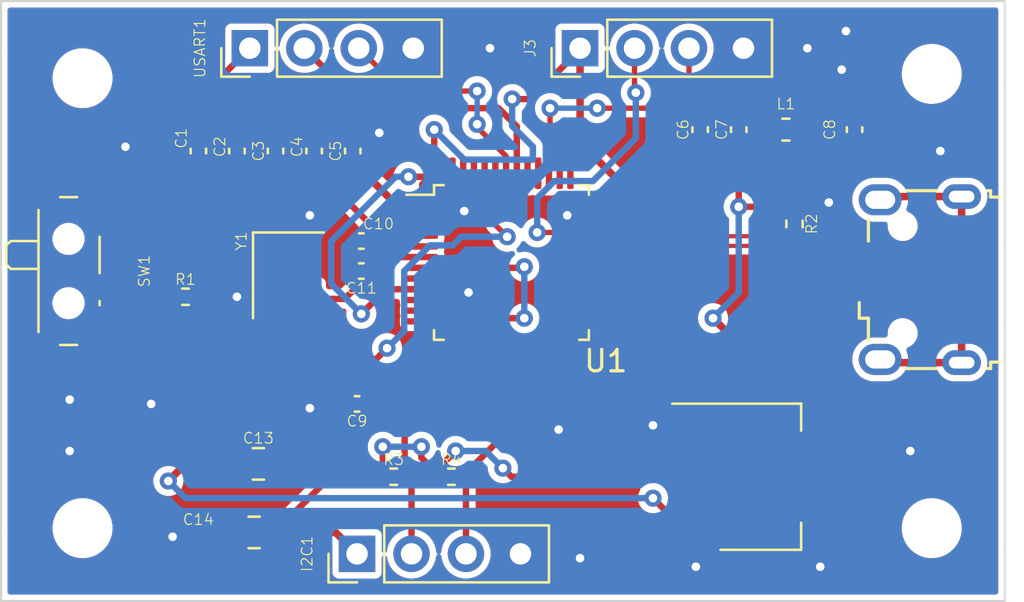
<source format=kicad_pcb>
(kicad_pcb (version 20211014) (generator pcbnew)
  (layers (0 "F.Cu" signal) (31 "B.Cu" power) (34 "B.Paste" user) (35 "F.Paste" user) (36 "B.SilkS" user "B.Silkscreen") (37 "F.SilkS" user "F.Silkscreen") (38 "B.Mask" user) (39 "F.Mask" user) (44 "Edge.Cuts" user))
  (net 0 "")
  (net 1 "+3.3V")
  (net 2 "GND")
  (net 3 "VBUS")
  (net 31 "/MICROCONTROLLER/NRST")
  (net 32 "/MICROCONTROLLER/HSE_IN")
  (net 33 "/MICROCONTROLLER/HSE_OUT")
  (net 34 "/MICROCONTROLLER/I2C2_SCL")
  (net 35 "/MICROCONTROLLER/I2C2_SDA")
  (net 36 "/MICROCONTROLLER/USB_D+")
  (net 37 "Net-(R1-Pad1)")
  (net 38 "/MICROCONTROLLER/BOOT0")
  (net 39 "/MICROCONTROLLER/USB_D-")
  (net 41 "unconnected-(J2-Pad6)")
  (net 42 "/MICROCONTROLLER/SWDIO")
  (net 43 "/MICROCONTROLLER/SWDCK")
  (net 44 "/MICROCONTROLLER/USART1_TX")
  (net 45 "/MICROCONTROLLER/USART1_RX")
  (footprint "Capacitor_SMD:C_0805_2012Metric" (layer "F.Cu") (at 119.648517 103.328517 180)
    (fp_text reference "C14" (at 2.6 0.6) (layer "F.SilkS") (effects (font (size 0.5 0.5) (thickness 0.05))))
    (fp_text value "10u/0805/50V" hide)
    (pad "1" smd roundrect (at -0.95 0 180) (size 1 1.45) (layers "F.Cu" "F.Paste" "F.Mask") (net 1 "+3.3V"))
    (pad "2" smd roundrect (at 0.95 0 180) (size 1 1.45) (layers "F.Cu" "F.Paste" "F.Mask") (net 2 "GND"))
  )
  (footprint "MountingHole:MountingHole_2.2mm_M2" (layer "F.Cu") (at 151.248517 103.128517)
    (fp_text reference "H4" hide)
    (fp_text value "MountingHole" hide)
    (pad "" np_thru_hole circle (at 0 0) (size 2.2 2.2) (drill 2.2) (layers *.Cu *.Mask))
  )
  (footprint "Capacitor_SMD:C_0402_1005Metric" (layer "F.Cu") (at 147.648517 84.528517 90)
    (fp_text reference "C8" (at 0 -1.16 90) (layer "F.SilkS") (effects (font (size 0.5 0.5) (thickness 0.05))))
    (fp_text value "1u/0805/50V" hide)
    (pad "1" smd roundrect (at -0.48 0 90) (size 0.56 0.62) (layers "F.Cu" "F.Paste" "F.Mask") (net 1 "+3.3V"))
    (pad "2" smd roundrect (at 0.48 0 90) (size 0.56 0.62) (layers "F.Cu" "F.Paste" "F.Mask") (net 2 "GND"))
  )
  (footprint "Resistor_SMD:R_0402_1005Metric" (layer "F.Cu") (at 126.158517 100.728517)
    (fp_text reference "R3" (at 0 -0.8) (layer "F.SilkS") (effects (font (size 0.5 0.5) (thickness 0.05))))
    (fp_text value "1.5k" hide)
    (pad "1" smd roundrect (at -0.51 0) (size 0.54 0.64) (layers "F.Cu" "F.Paste" "F.Mask") (net 1 "+3.3V"))
    (pad "2" smd roundrect (at 0.51 0) (size 0.54 0.64) (layers "F.Cu" "F.Paste" "F.Mask") (net 34 "/MICROCONTROLLER/I2C2_SCL"))
  )
  (footprint "Crystal:Crystal_SMD_3225-4Pin_3.2x2.5mm" (layer "F.Cu") (at 121.248517 91.328517 -90)
    (fp_text reference "Y1" (at -1.6 2.2 90) (layer "F.SilkS") (effects (font (size 0.5 0.5) (thickness 0.05))))
    (fp_text value "Crystal_GND24" hide)
    (pad "1" smd rect (at -1.1 0.85 270) (size 1.4 1.2) (layers "F.Cu" "F.Paste" "F.Mask") (net 32 "/MICROCONTROLLER/HSE_IN"))
    (pad "2" smd rect (at 1.1 0.85 270) (size 1.4 1.2) (layers "F.Cu" "F.Paste" "F.Mask") (net 2 "GND"))
    (pad "3" smd rect (at 1.1 -0.85 270) (size 1.4 1.2) (layers "F.Cu" "F.Paste" "F.Mask") (net 33 "/MICROCONTROLLER/HSE_OUT"))
    (pad "4" smd rect (at -1.1 -0.85 270) (size 1.4 1.2) (layers "F.Cu" "F.Paste" "F.Mask") (net 2 "GND"))
  )
  (footprint "MountingHole:MountingHole_2.2mm_M2" (layer "F.Cu") (at 111.648517 82.128517)
    (fp_text reference "H3" hide)
    (fp_text value "MountingHole" hide)
    (pad "" np_thru_hole circle (at 0 0) (size 2.2 2.2) (drill 2.2) (layers *.Cu *.Mask))
  )
  (footprint "Connector_USB:USB_Micro-B_Wuerth_629105150521" (layer "F.Cu") (at 150.693517 91.528517 90)
    (fp_text reference "J2" hide)
    (fp_text value "USB_B_Micro" hide)
    (pad "" np_thru_hole oval (at 2.5 -0.8 90) (size 0.8 0.8) (drill 0.8) (layers *.Cu *.Mask))
    (pad "" np_thru_hole oval (at -2.5 -0.8 90) (size 0.8 0.8) (drill 0.8) (layers *.Cu *.Mask))
    (pad "1" smd rect (at -1.3 -1.9 90) (size 0.45 1.3) (layers "F.Cu" "F.Paste" "F.Mask") (net 3 "VBUS"))
    (pad "2" smd rect (at -0.65 -1.9 90) (size 0.45 1.3) (layers "F.Cu" "F.Paste" "F.Mask") (net 39 "/MICROCONTROLLER/USB_D-"))
    (pad "3" smd rect (at 0 -1.9 90) (size 0.45 1.3) (layers "F.Cu" "F.Paste" "F.Mask") (net 36 "/MICROCONTROLLER/USB_D+"))
    (pad "4" smd rect (at 0.65 -1.9 90) (size 0.45 1.3) (layers "F.Cu" "F.Paste" "F.Mask"))
    (pad "5" smd rect (at 1.3 -1.9 90) (size 0.45 1.3) (layers "F.Cu" "F.Paste" "F.Mask") (net 2 "GND"))
    (pad "6" thru_hole oval (at -3.725 -1.85 90) (size 1.45 2) (drill oval 0.85 1.4) (layers *.Cu *.Mask) (net 41 "unconnected-(J2-Pad6)"))
    (pad "6" thru_hole oval (at -3.875 1.95 90) (size 1.15 1.8) (drill oval 0.55 1.2) (layers *.Cu *.Mask) (net 41 "unconnected-(J2-Pad6)"))
    (pad "6" thru_hole oval (at 3.875 1.95 90) (size 1.15 1.8) (drill oval 0.55 1.2) (layers *.Cu *.Mask) (net 41 "unconnected-(J2-Pad6)"))
    (pad "6" thru_hole oval (at 3.725 -1.85 90) (size 1.45 2) (drill oval 0.85 1.4) (layers *.Cu *.Mask) (net 41 "unconnected-(J2-Pad6)"))
  )
  (footprint "Capacitor_SMD:C_0402_1005Metric" (layer "F.Cu") (at 120.648517 85.528517 90)
    (fp_text reference "C3" (at 0 -0.8 90) (layer "F.SilkS") (effects (font (size 0.5 0.5) (thickness 0.05))))
    (fp_text value "100n/0805/50V" hide)
    (pad "1" smd roundrect (at -0.48 0 90) (size 0.56 0.62) (layers "F.Cu" "F.Paste" "F.Mask") (net 1 "+3.3V"))
    (pad "2" smd roundrect (at 0.48 0 90) (size 0.56 0.62) (layers "F.Cu" "F.Paste" "F.Mask") (net 2 "GND"))
  )
  (footprint "Capacitor_SMD:C_0402_1005Metric" (layer "F.Cu") (at 122.448517 85.528517 90)
    (fp_text reference "C4" (at 0.2 -0.8 90) (layer "F.SilkS") (effects (font (size 0.5 0.5) (thickness 0.05))))
    (fp_text value "100n/0805/50V" hide)
    (pad "1" smd roundrect (at -0.48 0 90) (size 0.56 0.62) (layers "F.Cu" "F.Paste" "F.Mask") (net 1 "+3.3V"))
    (pad "2" smd roundrect (at 0.48 0 90) (size 0.56 0.62) (layers "F.Cu" "F.Paste" "F.Mask") (net 2 "GND"))
  )
  (footprint "Capacitor_SMD:C_0402_1005Metric" (layer "F.Cu") (at 124.648517 89.728517 180)
    (fp_text reference "C10" (at -0.8 0.8) (layer "F.SilkS") (effects (font (size 0.5 0.5) (thickness 0.05))))
    (fp_text value "10p/0805/16V" hide)
    (pad "1" smd roundrect (at -0.48 0 180) (size 0.56 0.62) (layers "F.Cu" "F.Paste" "F.Mask") (net 32 "/MICROCONTROLLER/HSE_IN"))
    (pad "2" smd roundrect (at 0.48 0 180) (size 0.56 0.62) (layers "F.Cu" "F.Paste" "F.Mask") (net 2 "GND"))
  )
  (footprint "Resistor_SMD:R_0402_1005Metric" (layer "F.Cu") (at 144.848517 88.928517 -90)
    (fp_text reference "R2" (at 0 -0.8 90) (layer "F.SilkS") (effects (font (size 0.5 0.5) (thickness 0.05))))
    (fp_text value "1.5k" hide)
    (pad "1" smd roundrect (at -0.51 0 270) (size 0.54 0.64) (layers "F.Cu" "F.Paste" "F.Mask") (net 1 "+3.3V"))
    (pad "2" smd roundrect (at 0.51 0 270) (size 0.54 0.64) (layers "F.Cu" "F.Paste" "F.Mask") (net 36 "/MICROCONTROLLER/USB_D+"))
  )
  (footprint "Capacitor_SMD:C_0805_2012Metric" (layer "F.Cu") (at 119.848517 100.128517)
    (fp_text reference "C13" (at 0 -1.2) (layer "F.SilkS") (effects (font (size 0.5 0.5) (thickness 0.05))))
    (fp_text value "10u/0805/50V" hide)
    (pad "1" smd roundrect (at -0.95 0) (size 1 1.45) (layers "F.Cu" "F.Paste" "F.Mask") (net 3 "VBUS"))
    (pad "2" smd roundrect (at 0.95 0) (size 1 1.45) (layers "F.Cu" "F.Paste" "F.Mask") (net 2 "GND"))
  )
  (footprint "Connector_PinHeader_2.54mm:PinHeader_1x04_P2.54mm_Vertical" (layer "F.Cu") (at 119.448517 80.728517 90)
    (fp_text reference "USART1" (at 0 -2.33 90) (layer "F.SilkS") (effects (font (size 0.5 0.5) (thickness 0.05))))
    (fp_text value "Conn_01x04_Male" hide)
    (pad "1" thru_hole rect (at 0 0 90) (size 1.7 1.7) (drill 1) (layers *.Cu *.Mask) (net 1 "+3.3V"))
    (pad "2" thru_hole oval (at 0 2.54 90) (size 1.7 1.7) (drill 1) (layers *.Cu *.Mask) (net 44 "/MICROCONTROLLER/USART1_TX"))
    (pad "3" thru_hole oval (at 0 5.08 90) (size 1.7 1.7) (drill 1) (layers *.Cu *.Mask) (net 45 "/MICROCONTROLLER/USART1_RX"))
    (pad "4" thru_hole oval (at 0 7.62 90) (size 1.7 1.7) (drill 1) (layers *.Cu *.Mask) (net 2 "GND"))
  )
  (footprint "Connector_PinHeader_2.54mm:PinHeader_1x04_P2.54mm_Vertical" (layer "F.Cu") (at 124.448517 104.328517 90)
    (fp_text reference "I2C1" (at 0 -2.33 90) (layer "F.SilkS") (effects (font (size 0.5 0.5) (thickness 0.05))))
    (fp_text value "Conn_01x04_Male" hide)
    (pad "1" thru_hole rect (at 0 0 90) (size 1.7 1.7) (drill 1) (layers *.Cu *.Mask) (net 1 "+3.3V"))
    (pad "2" thru_hole oval (at 0 2.54 90) (size 1.7 1.7) (drill 1) (layers *.Cu *.Mask) (net 34 "/MICROCONTROLLER/I2C2_SCL"))
    (pad "3" thru_hole oval (at 0 5.08 90) (size 1.7 1.7) (drill 1) (layers *.Cu *.Mask) (net 35 "/MICROCONTROLLER/I2C2_SDA"))
    (pad "4" thru_hole oval (at 0 7.62 90) (size 1.7 1.7) (drill 1) (layers *.Cu *.Mask) (net 2 "GND"))
  )
  (footprint "Package_TO_SOT_SMD:SOT-223-3_TabPin2" (layer "F.Cu") (at 143.248517 100.728517)
    (fp_text reference "U1" hide)
    (fp_text value "AMS1117" hide)
    (pad "1" smd rect (at -3.15 -2.3) (size 2 1.5) (layers "F.Cu" "F.Paste" "F.Mask") (net 2 "GND"))
    (pad "2" smd rect (at 3.15 0) (size 2 3.8) (layers "F.Cu" "F.Paste" "F.Mask") (net 1 "+3.3V"))
    (pad "2" smd rect (at -3.15 0) (size 2 1.5) (layers "F.Cu" "F.Paste" "F.Mask") (net 1 "+3.3V"))
    (pad "3" smd rect (at -3.15 2.3) (size 2 1.5) (layers "F.Cu" "F.Paste" "F.Mask") (net 3 "VBUS"))
  )
  (footprint "Capacitor_SMD:C_0402_1005Metric" (layer "F.Cu") (at 140.448517 84.528517 90)
    (fp_text reference "C6" (at 0 -0.8 90) (layer "F.SilkS") (effects (font (size 0.5 0.5) (thickness 0.05))))
    (fp_text value "10n/0805/50V" hide)
    (pad "1" smd roundrect (at -0.48 0 90) (size 0.56 0.62) (layers "F.Cu" "F.Paste" "F.Mask") (net 1 "+3.3V"))
    (pad "2" smd roundrect (at 0.48 0 90) (size 0.56 0.62) (layers "F.Cu" "F.Paste" "F.Mask") (net 2 "GND"))
  )
  (footprint "MountingHole:MountingHole_2.2mm_M2" (layer "F.Cu") (at 151.248517 81.928517)
    (fp_text reference "H2" hide)
    (fp_text value "MountingHole" hide)
    (pad "" np_thru_hole circle (at 0 0) (size 2.2 2.2) (drill 2.2) (layers *.Cu *.Mask))
  )
  (footprint "Inductor_SMD:L_0603_1608Metric" (layer "F.Cu") (at 144.448517 84.528517 180)
    (fp_text reference "L1" (at 0 1.2) (layer "F.SilkS") (effects (font (size 0.5 0.5) (thickness 0.05))))
    (fp_text value "22uH/0603/300mA" hide)
    (pad "1" smd roundrect (at -0.7875 0 180) (size 0.875 0.95) (layers "F.Cu" "F.Paste" "F.Mask") (net 1 "+3.3V"))
    (pad "2" smd roundrect (at 0.7875 0 180) (size 0.875 0.95) (layers "F.Cu" "F.Paste" "F.Mask") (net 1 "+3.3V"))
  )
  (footprint "Capacitor_SMD:C_0402_1005Metric" (layer "F.Cu") (at 124.648517 91.128517 180)
    (fp_text reference "C11" (at 0 -0.8) (layer "F.SilkS") (effects (font (size 0.5 0.5) (thickness 0.05))))
    (fp_text value "10p/0805/16V" hide)
    (pad "1" smd roundrect (at -0.48 0 180) (size 0.56 0.62) (layers "F.Cu" "F.Paste" "F.Mask") (net 33 "/MICROCONTROLLER/HSE_OUT"))
    (pad "2" smd roundrect (at 0.48 0 180) (size 0.56 0.62) (layers "F.Cu" "F.Paste" "F.Mask") (net 2 "GND"))
  )
  (footprint "Capacitor_SMD:C_0402_1005Metric" (layer "F.Cu") (at 142.248517 84.528517 90)
    (fp_text reference "C7" (at 0 -0.8 90) (layer "F.SilkS") (effects (font (size 0.5 0.5) (thickness 0.05))))
    (fp_text value "1u/0805/50V" hide)
    (pad "1" smd roundrect (at -0.48 0 90) (size 0.56 0.62) (layers "F.Cu" "F.Paste" "F.Mask") (net 1 "+3.3V"))
    (pad "2" smd roundrect (at 0.48 0 90) (size 0.56 0.62) (layers "F.Cu" "F.Paste" "F.Mask") (net 2 "GND"))
  )
  (footprint "Capacitor_SMD:C_0402_1005Metric" (layer "F.Cu") (at 117.048517 85.528517 90)
    (fp_text reference "C1" (at 0.6 -0.8 90) (layer "F.SilkS") (effects (font (size 0.5 0.5) (thickness 0.05))))
    (fp_text value "10u/0805/50V" hide)
    (pad "1" smd roundrect (at -0.48 0 90) (size 0.56 0.62) (layers "F.Cu" "F.Paste" "F.Mask") (net 1 "+3.3V"))
    (pad "2" smd roundrect (at 0.48 0 90) (size 0.56 0.62) (layers "F.Cu" "F.Paste" "F.Mask") (net 2 "GND"))
  )
  (footprint "MountingHole:MountingHole_2.2mm_M2" (layer "F.Cu") (at 111.648517 103.128517)
    (fp_text reference "H1" hide)
    (fp_text value "MountingHole" hide)
    (pad "" np_thru_hole circle (at 0 0) (size 2.2 2.2) (drill 2.2) (layers *.Cu *.Mask))
  )
  (footprint "Connector_PinHeader_2.54mm:PinHeader_1x04_P2.54mm_Vertical" (layer "F.Cu") (at 134.848517 80.728517 90)
    (fp_text reference "J3" (at 0 -2.33 90) (layer "F.SilkS") (effects (font (size 0.5 0.5) (thickness 0.05))))
    (fp_text value "Conn_01x04_Male" hide)
    (pad "1" thru_hole rect (at 0 0 90) (size 1.7 1.7) (drill 1) (layers *.Cu *.Mask) (net 1 "+3.3V"))
    (pad "2" thru_hole oval (at 0 2.54 90) (size 1.7 1.7) (drill 1) (layers *.Cu *.Mask) (net 42 "/MICROCONTROLLER/SWDIO"))
    (pad "3" thru_hole oval (at 0 5.08 90) (size 1.7 1.7) (drill 1) (layers *.Cu *.Mask) (net 43 "/MICROCONTROLLER/SWDCK"))
    (pad "4" thru_hole oval (at 0 7.62 90) (size 1.7 1.7) (drill 1) (layers *.Cu *.Mask) (net 2 "GND"))
  )
  (footprint "Resistor_SMD:R_0402_1005Metric" (layer "F.Cu") (at 116.448517 92.328517)
    (fp_text reference "R1" (at 0 -0.81) (layer "F.SilkS") (effects (font (size 0.5 0.5) (thickness 0.05))))
    (fp_text value "10k" hide)
    (pad "1" smd roundrect (at -0.51 0) (size 0.54 0.64) (layers "F.Cu" "F.Paste" "F.Mask") (net 37 "Net-(R1-Pad1)"))
    (pad "2" smd roundrect (at 0.51 0) (size 0.54 0.64) (layers "F.Cu" "F.Paste" "F.Mask") (net 38 "/MICROCONTROLLER/BOOT0"))
  )
  (footprint "Capacitor_SMD:C_0402_1005Metric" (layer "F.Cu") (at 118.848517 85.528517 90)
    (fp_text reference "C2" (at 0.2 -0.8 90) (layer "F.SilkS") (effects (font (size 0.5 0.5) (thickness 0.05))))
    (fp_text value "100n/0805/50V" hide)
    (pad "1" smd roundrect (at -0.48 0 90) (size 0.56 0.62) (layers "F.Cu" "F.Paste" "F.Mask") (net 1 "+3.3V"))
    (pad "2" smd roundrect (at 0.48 0 90) (size 0.56 0.62) (layers "F.Cu" "F.Paste" "F.Mask") (net 2 "GND"))
  )
  (footprint "Package_QFP:LQFP-48_7x7mm_P0.5mm" (layer "F.Cu") (at 131.648517 90.728517)
    (fp_text reference "U2" hide)
    (fp_text value "STM32F103C8Tx" hide)
    (pad "1" smd roundrect (at -4.1625 -2.75) (size 1.475 0.3) (layers "F.Cu" "F.Paste" "F.Mask") (net 1 "+3.3V"))
    (pad "2" smd roundrect (at -4.1625 -2.25) (size 1.475 0.3) (layers "F.Cu" "F.Paste" "F.Mask"))
    (pad "3" smd roundrect (at -4.1625 -1.75) (size 1.475 0.3) (layers "F.Cu" "F.Paste" "F.Mask"))
    (pad "4" smd roundrect (at -4.1625 -1.25) (size 1.475 0.3) (layers "F.Cu" "F.Paste" "F.Mask"))
    (pad "5" smd roundrect (at -4.1625 -0.75) (size 1.475 0.3) (layers "F.Cu" "F.Paste" "F.Mask") (net 32 "/MICROCONTROLLER/HSE_IN"))
    (pad "6" smd roundrect (at -4.1625 -0.25) (size 1.475 0.3) (layers "F.Cu" "F.Paste" "F.Mask") (net 33 "/MICROCONTROLLER/HSE_OUT"))
    (pad "7" smd roundrect (at -4.1625 0.25) (size 1.475 0.3) (layers "F.Cu" "F.Paste" "F.Mask") (net 31 "/MICROCONTROLLER/NRST"))
    (pad "8" smd roundrect (at -4.1625 0.75) (size 1.475 0.3) (layers "F.Cu" "F.Paste" "F.Mask") (net 2 "GND"))
    (pad "9" smd roundrect (at -4.1625 1.25) (size 1.475 0.3) (layers "F.Cu" "F.Paste" "F.Mask") (net 1 "+3.3V"))
    (pad "10" smd roundrect (at -4.1625 1.75) (size 1.475 0.3) (layers "F.Cu" "F.Paste" "F.Mask"))
    (pad "11" smd roundrect (at -4.1625 2.25) (size 1.475 0.3) (layers "F.Cu" "F.Paste" "F.Mask"))
    (pad "12" smd roundrect (at -4.1625 2.75) (size 1.475 0.3) (layers "F.Cu" "F.Paste" "F.Mask"))
    (pad "13" smd roundrect (at -2.75 4.1625) (size 0.3 1.475) (layers "F.Cu" "F.Paste" "F.Mask"))
    (pad "14" smd roundrect (at -2.25 4.1625) (size 0.3 1.475) (layers "F.Cu" "F.Paste" "F.Mask"))
    (pad "15" smd roundrect (at -1.75 4.1625) (size 0.3 1.475) (layers "F.Cu" "F.Paste" "F.Mask"))
    (pad "16" smd roundrect (at -1.25 4.1625) (size 0.3 1.475) (layers "F.Cu" "F.Paste" "F.Mask"))
    (pad "17" smd roundrect (at -0.75 4.1625) (size 0.3 1.475) (layers "F.Cu" "F.Paste" "F.Mask"))
    (pad "18" smd roundrect (at -0.25 4.1625) (size 0.3 1.475) (layers "F.Cu" "F.Paste" "F.Mask"))
    (pad "19" smd roundrect (at 0.25 4.1625) (size 0.3 1.475) (layers "F.Cu" "F.Paste" "F.Mask"))
    (pad "20" smd roundrect (at 0.75 4.1625) (size 0.3 1.475) (layers "F.Cu" "F.Paste" "F.Mask"))
    (pad "21" smd roundrect (at 1.25 4.1625) (size 0.3 1.475) (layers "F.Cu" "F.Paste" "F.Mask") (net 34 "/MICROCONTROLLER/I2C2_SCL"))
    (pad "22" smd roundrect (at 1.75 4.1625) (size 0.3 1.475) (layers "F.Cu" "F.Paste" "F.Mask") (net 35 "/MICROCONTROLLER/I2C2_SDA"))
    (pad "23" smd roundrect (at 2.25 4.1625) (size 0.3 1.475) (layers "F.Cu" "F.Paste" "F.Mask") (net 2 "GND"))
    (pad "24" smd roundrect (at 2.75 4.1625) (size 0.3 1.475) (layers "F.Cu" "F.Paste" "F.Mask") (net 1 "+3.3V"))
    (pad "25" smd roundrect (at 4.1625 2.75) (size 1.475 0.3) (layers "F.Cu" "F.Paste" "F.Mask"))
    (pad "26" smd roundrect (at 4.1625 2.25) (size 1.475 0.3) (layers "F.Cu" "F.Paste" "F.Mask"))
    (pad "27" smd roundrect (at 4.1625 1.75) (size 1.475 0.3) (layers "F.Cu" "F.Paste" "F.Mask"))
    (pad "28" smd roundrect (at 4.1625 1.25) (size 1.475 0.3) (layers "F.Cu" "F.Paste" "F.Mask"))
    (pad "29" smd roundrect (at 4.1625 0.75) (size 1.475 0.3) (layers "F.Cu" "F.Paste" "F.Mask"))
    (pad "30" smd roundrect (at 4.1625 0.25) (size 1.475 0.3) (layers "F.Cu" "F.Paste" "F.Mask"))
    (pad "31" smd roundrect (at 4.1625 -0.25) (size 1.475 0.3) (layers "F.Cu" "F.Paste" "F.Mask"))
    (pad "32" smd roundrect (at 4.1625 -0.75) (size 1.475 0.3) (layers "F.Cu" "F.Paste" "F.Mask") (net 39 "/MICROCONTROLLER/USB_D-"))
    (pad "33" smd roundrect (at 4.1625 -1.25) (size 1.475 0.3) (layers "F.Cu" "F.Paste" "F.Mask") (net 36 "/MICROCONTROLLER/USB_D+"))
    (pad "34" smd roundrect (at 4.1625 -1.75) (size 1.475 0.3) (layers "F.Cu" "F.Paste" "F.Mask") (net 42 "/MICROCONTROLLER/SWDIO"))
    (pad "35" smd roundrect (at 4.1625 -2.25) (size 1.475 0.3) (layers "F.Cu" "F.Paste" "F.Mask") (net 2 "GND"))
    (pad "36" smd roundrect (at 4.1625 -2.75) (size 1.475 0.3) (layers "F.Cu" "F.Paste" "F.Mask") (net 1 "+3.3V"))
    (pad "37" smd roundrect (at 2.75 -4.1625) (size 0.3 1.475) (layers "F.Cu" "F.Paste" "F.Mask") (net 43 "/MICROCONTROLLER/SWDCK"))
    (pad "38" smd roundrect (at 2.25 -4.1625) (size 0.3 1.475) (layers "F.Cu" "F.Paste" "F.Mask"))
    (pad "39" smd roundrect (at 1.75 -4.1625) (size 0.3 1.475) (layers "F.Cu" "F.Paste" "F.Mask"))
    (pad "40" smd roundrect (at 1.25 -4.1625) (size 0.3 1.475) (layers "F.Cu" "F.Paste" "F.Mask"))
    (pad "41" smd roundrect (at 0.75 -4.1625) (size 0.3 1.475) (layers "F.Cu" "F.Paste" "F.Mask"))
    (pad "42" smd roundrect (at 0.25 -4.1625) (size 0.3 1.475) (layers "F.Cu" "F.Paste" "F.Mask") (net 44 "/MICROCONTROLLER/USART1_TX"))
    (pad "43" smd roundrect (at -0.25 -4.1625) (size 0.3 1.475) (layers "F.Cu" "F.Paste" "F.Mask") (net 45 "/MICROCONTROLLER/USART1_RX"))
    (pad "44" smd roundrect (at -0.75 -4.1625) (size 0.3 1.475) (layers "F.Cu" "F.Paste" "F.Mask") (net 38 "/MICROCONTROLLER/BOOT0"))
    (pad "45" smd roundrect (at -1.25 -4.1625) (size 0.3 1.475) (layers "F.Cu" "F.Paste" "F.Mask"))
    (pad "46" smd roundrect (at -1.75 -4.1625) (size 0.3 1.475) (layers "F.Cu" "F.Paste" "F.Mask"))
    (pad "47" smd roundrect (at -2.25 -4.1625) (size 0.3 1.475) (layers "F.Cu" "F.Paste" "F.Mask") (net 2 "GND"))
    (pad "48" smd roundrect (at -2.75 -4.1625) (size 0.3 1.475) (layers "F.Cu" "F.Paste" "F.Mask") (net 1 "+3.3V"))
  )
  (footprint "Resistor_SMD:R_0402_1005Metric" (layer "F.Cu") (at 128.848517 100.728517)
    (fp_text reference "R4" (at 0 -0.8) (layer "F.SilkS") (effects (font (size 0.5 0.5) (thickness 0.05))))
    (fp_text value "1.5k" hide)
    (pad "1" smd roundrect (at -0.51 0) (size 0.54 0.64) (layers "F.Cu" "F.Paste" "F.Mask") (net 1 "+3.3V"))
    (pad "2" smd roundrect (at 0.51 0) (size 0.54 0.64) (layers "F.Cu" "F.Paste" "F.Mask") (net 35 "/MICROCONTROLLER/I2C2_SDA"))
  )
  (footprint "Button_Switch_SMD:SW_SPDT_PCM12" (layer "F.Cu") (at 111.323517 91.128517 -90)
    (fp_text reference "SW1" (at 0 -3.2 90) (layer "F.SilkS") (effects (font (size 0.5 0.5) (thickness 0.05))))
    (fp_text value "SW_SPDT" hide)
    (pad "" smd rect (at -3.65 1.43 270) (size 1 0.8) (layers "F.Cu" "F.Paste" "F.Mask"))
    (pad "" smd rect (at 3.65 1.43 270) (size 1 0.8) (layers "F.Cu" "F.Paste" "F.Mask"))
    (pad "" smd rect (at 3.65 -0.78 270) (size 1 0.8) (layers "F.Cu" "F.Paste" "F.Mask"))
    (pad "" smd rect (at -3.65 -0.78 270) (size 1 0.8) (layers "F.Cu" "F.Paste" "F.Mask"))
    (pad "" np_thru_hole circle (at 1.5 0.33 270) (size 0.9 0.9) (drill 0.9) (layers *.Cu *.Mask))
    (pad "" np_thru_hole circle (at -1.5 0.33 270) (size 0.9 0.9) (drill 0.9) (layers *.Cu *.Mask))
    (pad "1" smd rect (at -2.25 -1.43 270) (size 0.7 1.5) (layers "F.Cu" "F.Paste" "F.Mask") (net 1 "+3.3V"))
    (pad "2" smd rect (at 0.75 -1.43 270) (size 0.7 1.5) (layers "F.Cu" "F.Paste" "F.Mask") (net 37 "Net-(R1-Pad1)"))
    (pad "3" smd rect (at 2.25 -1.43 270) (size 0.7 1.5) (layers "F.Cu" "F.Paste" "F.Mask") (net 2 "GND"))
  )
  (footprint "Capacitor_SMD:C_0402_1005Metric" (layer "F.Cu") (at 124.248517 85.528517 90)
    (fp_text reference "C5" (at 0 -0.8 90) (layer "F.SilkS") (effects (font (size 0.5 0.5) (thickness 0.05))))
    (fp_text value "100n/0805/50V" hide)
    (pad "1" smd roundrect (at -0.48 0 90) (size 0.56 0.62) (layers "F.Cu" "F.Paste" "F.Mask") (net 1 "+3.3V"))
    (pad "2" smd roundrect (at 0.48 0 90) (size 0.56 0.62) (layers "F.Cu" "F.Paste" "F.Mask") (net 2 "GND"))
  )
  (footprint "Capacitor_SMD:C_0402_1005Metric" (layer "F.Cu") (at 124.448517 97.328517 180)
    (fp_text reference "C9" (at 0 -0.8) (layer "F.SilkS") (effects (font (size 0.5 0.5) (thickness 0.05))))
    (fp_text value "100n/0805/16V" hide)
    (pad "1" smd roundrect (at -0.48 0 180) (size 0.56 0.62) (layers "F.Cu" "F.Paste" "F.Mask") (net 31 "/MICROCONTROLLER/NRST"))
    (pad "2" smd roundrect (at 0.48 0 180) (size 0.56 0.62) (layers "F.Cu" "F.Paste" "F.Mask") (net 2 "GND"))
  )
  (gr_line (start 141.948517 78.528517) (end 145.848517 78.528517) (layer "Edge.Cuts") (width 0.1))
  (gr_line (start 121.448517 78.528517) (end 141.948517 78.528517) (layer "Edge.Cuts") (width 0.1))
  (gr_line (start 141.948517 106.528517) (end 145.7 106.528517) (layer "Edge.Cuts") (width 0.1))
  (gr_line (start 121.548517 106.528517) (end 141.948517 106.528517) (layer "Edge.Cuts") (width 0.1))
  (gr_line (start 145.848517 78.528517) (end 152.248517 78.528517) (layer "Edge.Cuts") (width 0.1))
  (gr_line (start 107.848517 103.328517) (end 107.848517 80.928517) (layer "Edge.Cuts") (width 0.1))
  (gr_line (start 110.248517 78.528517) (end 107.848517 78.528517) (layer "Edge.Cuts") (width 0.1))
  (gr_line (start 117.548517 78.528517) (end 121.448517 78.528517) (layer "Edge.Cuts") (width 0.1))
  (gr_line (start 117.648517 106.528517) (end 110.448517 106.528517) (layer "Edge.Cuts") (width 0.1))
  (gr_line (start 154.648517 89.728517) (end 154.648517 93.528517) (layer "Edge.Cuts") (width 0.1))
  (gr_line (start 107.848517 106.528517) (end 110.448517 106.528517) (layer "Edge.Cuts") (width 0.1))
  (gr_line (start 154.648517 89.728517) (end 154.648517 82.328517) (layer "Edge.Cuts") (width 0.1))
  (gr_line (start 110.248517 78.528517) (end 117.548517 78.528517) (layer "Edge.Cuts") (width 0.1))
  (gr_line (start 154.648517 93.528517) (end 154.648517 103.928517) (layer "Edge.Cuts") (width 0.1))
  (gr_line (start 107.848517 103.328517) (end 107.848517 106.528517) (layer "Edge.Cuts") (width 0.1))
  (gr_line (start 152.248517 78.528517) (end 154.648517 78.528517) (layer "Edge.Cuts") (width 0.1))
  (gr_line (start 107.848517 78.528517) (end 107.848517 80.928517) (layer "Edge.Cuts") (width 0.1))
  (gr_line (start 154.648517 103.928517) (end 154.648517 106.528517) (layer "Edge.Cuts") (width 0.1))
  (gr_line (start 152.448517 106.528517) (end 154.648517 106.528517) (layer "Edge.Cuts") (width 0.1))
  (gr_line (start 121.548517 106.528517) (end 117.648517 106.528517) (layer "Edge.Cuts") (width 0.1))
  (gr_line (start 145.7 106.528517) (end 152.448517 106.528517) (layer "Edge.Cuts") (width 0.1))
  (gr_line (start 154.648517 78.528517) (end 154.648517 82.328517) (layer "Edge.Cuts") (width 0.1))
  (gr_text "U1" (at 136.048517 95.328517) (layer "F.SilkS") (effects (font (size 1 1))))
  (segment (start 127.486017 87.978517) (end 127.486017 87.091017) (width 0.3) (layer "F.Cu") (net 1))
  (segment (start 143.248517 85.928517) (end 143.836017 85.928517) (width 0.3) (layer "F.Cu") (net 1))
  (segment (start 144.558517 88.128517) (end 142.248517 88.128517) (width 0.3) (layer "F.Cu") (net 1))
  (segment (start 141.388517 85.868517) (end 142.248517 85.008517) (width 0.3) (layer "F.Cu") (net 1))
  (segment (start 112.753517 88.878517) (end 114.178517 88.878517) (width 0.35) (layer "F.Cu") (net 1))
  (segment (start 121.448517 86.728517) (end 123.448517 86.728517) (width 0.3) (layer "F.Cu") (net 1))
  (segment (start 117.048517 85.928517) (end 117.848517 86.728517) (width 0.35) (layer "F.Cu") (net 1))
  (segment (start 134.848517 80.788517) (end 134.848517 85.128517) (width 0.35) (layer "F.Cu") (net 1))
  (segment (start 143.661017 85.116017) (end 142.848517 85.928517) (width 0.3) (layer "F.Cu") (net 1))
  (segment (start 125.798517 91.978517) (end 127.486017 91.978517) (width 0.3) (layer "F.Cu") (net 1))
  (segment (start 132.534557 83.102477) (end 134.848517 80.788517) (width 0.3) (layer "F.Cu") (net 1))
  (segment (start 131.648517 100.728517) (end 136.848517 100.728517) (width 0.3) (layer "F.Cu") (net 1))
  (segment (start 134.398517 96.078517) (end 136.848517 98.528517) (width 0.3) (layer "F.Cu") (net 1))
  (segment (start 143.448517 95.728517) (end 143.448517 99.528517) (width 0.35) (layer "F.Cu") (net 1))
  (segment (start 128.338517 100.238517) (end 129.048517 99.528517) (width 0.3) (layer "F.Cu") (net 1))
  (segment (start 138.748517 86.028517) (end 141.228517 86.028517) (width 0.3) (layer "F.Cu") (net 1))
  (segment (start 119.448517 80.728517) (end 117.448517 82.728517) (width 0.3) (layer "F.Cu") (net 1))
  (segment (start 126.193517 87.953517) (end 127.486017 87.953517) (width 0.35) (layer "F.Cu") (net 1))
  (segment (start 117.448517 82.728517) (end 116.548517 82.728517) (width 0.3) (layer "F.Cu") (net 1))
  (segment (start 143.836017 85.928517) (end 145.236017 84.528517) (width 0.3) (layer "F.Cu") (net 1))
  (segment (start 127.486017 87.091017) (end 127.748517 86.828517) (width 0.3) (layer "F.Cu") (net 1))
  (segment (start 123.448517 103.328517) (end 124.448517 104.328517) (width 0.35) (layer "F.Cu") (net 1))
  (segment (start 137.448517 87.328517) (end 138.748517 86.028517) (width 0.3) (layer "F.Cu") (net 1))
  (segment (start 119.648517 86.728517) (end 121.448517 86.728517) (width 0.35) (layer "F.Cu") (net 1))
  (segment (start 141.048517 93.328517) (end 143.448517 95.728517) (width 0.35) (layer "F.Cu") (net 1))
  (segment (start 126.848517 86.728517) (end 127.648517 86.728517) (width 0.3) (layer "F.Cu") (net 1))
  (segment (start 118.848517 85.928517) (end 119.648517 86.728517) (width 0.35) (layer "F.Cu") (net 1))
  (segment (start 123.448517 86.728517) (end 122.728517 86.008517) (width 0.3) (layer "F.Cu") (net 1))
  (segment (start 137.048517 87.328517) (end 136.423517 87.953517) (width 0.35) (layer "F.Cu") (net 1))
  (segment (start 144.848517 88.418517) (end 144.558517 88.128517) (width 0.3) (layer "F.Cu") (net 1))
  (segment (start 141.448517 85.928517) (end 141.388517 85.868517) (width 0.3) (layer "F.Cu") (net 1))
  (segment (start 124.248517 86.008517) (end 124.908517 86.668517) (width 0.35) (layer "F.Cu") (net 1))
  (segment (start 138.748517 86.028517) (end 139.768517 85.008517) (width 0.3) (layer "F.Cu") (net 1))
  (segment (start 117.848517 86.728517) (end 119.648517 86.728517) (width 0.35) (layer "F.Cu") (net 1))
  (segment (start 120.648517 85.928517) (end 121.448517 86.728517) (width 0.35) (layer "F.Cu") (net 1))
  (segment (start 143.661017 84.528517) (end 143.661017 85.116017) (width 0.3) (layer "F.Cu") (net 1))
  (segment (start 114.178517 88.878517) (end 115.488517 87.568517) (width 0.35) (layer "F.Cu") (net 1))
  (segment (start 136.423517 87.953517) (end 135.811017 87.953517) (width 0.35) (layer "F.Cu") (net 1))
  (segment (start 142.248517 86.928517) (end 143.248517 85.928517) (width 0.3) (layer "F.Cu") (net 1))
  (segment (start 131.248517 100.328517) (end 131.648517 100.728517) (width 0.3) (layer "F.Cu") (net 1))
  (segment (start 136.848517 98.528517) (end 136.848517 100.728517) (width 0.3) (layer "F.Cu") (net 1))
  (segment (start 123.198517 100.728517) (end 120.598517 103.328517) (width 0.3) (layer "F.Cu") (net 1))
  (segment (start 115.488517 83.788517) (end 115.488517 87.568517) (width 0.3) (layer "F.Cu") (net 1))
  (segment (start 122.728517 86.008517) (end 122.448517 86.008517) (width 0.3) (layer "F.Cu") (net 1))
  (segment (start 120.598517 103.328517) (end 123.448517 103.328517) (width 0.35) (layer "F.Cu") (net 1))
  (segment (start 115.488517 87.568517) (end 117.048517 86.008517) (width 0.35) (layer "F.Cu") (net 1))
  (segment (start 127.448517 99.838517) (end 128.338517 100.728517) (width 0.3) (layer "F.Cu") (net 1))
  (segment (start 134.848517 85.128517) (end 137.048517 87.328517) (width 0.35) (layer "F.Cu") (net 1))
  (segment (start 143.448517 99.528517) (end 142.248517 100.728517) (width 0.35) (layer "F.Cu") (net 1))
  (segment (start 136.848517 100.728517) (end 140.098517 100.728517) (width 0.3) (layer "F.Cu") (net 1))
  (segment (start 139.768517 85.008517) (end 140.448517 85.008517) (width 0.3) (layer "F.Cu") (net 1))
  (segment (start 142.248517 88.128517) (end 142.248517 86.928517) (width 0.3) (layer "F.Cu") (net 1))
  (segment (start 128.048517 86.528517) (end 128.861017 86.528517) (width 0.3) (layer "F.Cu") (net 1))
  (segment (start 125.648517 100.728517) (end 125.648517 99.328517) (width 0.3) (layer "F.Cu") (net 1))
  (segment (start 127.448517 99.328517) (end 127.448517 99.838517) (width 0.3) (layer "F.Cu") (net 1))
  (segment (start 125.648517 100.728517) (end 123.198517 100.728517) (width 0.3) (layer "F.Cu") (net 1))
  (segment (start 124.648517 93.128517) (end 125.798517 91.978517) (width 0.3) (layer "F.Cu") (net 1))
  (segment (start 134.398517 94.891017) (end 134.398517 96.078517) (width 0.3) (layer "F.Cu") (net 1))
  (segment (start 123.448517 86.728517) (end 124.848517 86.728517) (width 0.3) (layer "F.Cu") (net 1))
  (segment (start 128.048517 85.716017) (end 128.898517 86.566017) (width 0.3) (layer "F.Cu") (net 1))
  (segment (start 124.848517 86.728517) (end 124.908517 86.668517) (width 0.3) (layer "F.Cu") (net 1))
  (segment (start 142.848517 85.928517) (end 143.248517 85.928517) (width 0.3) (layer "F.Cu") (net 1))
  (segment (start 141.228517 86.028517) (end 141.388517 85.868517) (width 0.3) (layer "F.Cu") (net 1))
  (segment (start 145.716017 85.008517) (end 147.648517 85.008517) (width 0.3) (layer "F.Cu") (net 1))
  (segment (start 145.236017 84.528517) (end 145.716017 85.008517) (width 0.3) (layer "F.Cu") (net 1))
  (segment (start 128.861017 86.528517) (end 128.898517 86.566017) (width 0.3) (layer "F.Cu") (net 1))
  (segment (start 142.848517 85.928517) (end 141.448517 85.928517) (width 0.3) (layer "F.Cu") (net 1))
  (segment (start 128.338517 100.728517) (end 128.338517 100.238517) (width 0.3) (layer "F.Cu") (net 1))
  (segment (start 127.748517 86.828517) (end 128.048517 86.528517) (width 0.3) (layer "F.Cu") (net 1))
  (segment (start 124.908517 86.668517) (end 126.193517 87.953517) (width 0.35) (layer "F.Cu") (net 1))
  (segment (start 137.048517 87.328517) (end 137.448517 87.328517) (width 0.3) (layer "F.Cu") (net 1))
  (segment (start 128.048517 84.528517) (end 128.048517 85.716017) (width 0.3) (layer "F.Cu") (net 1))
  (segment (start 127.648517 86.728517) (end 127.748517 86.828517) (width 0.3) (layer "F.Cu") (net 1))
  (segment (start 143.448517 99.528517) (end 146.398517 99.528517) (width 0.35) (layer "F.Cu") (net 1))
  (segment (start 142.248517 100.728517) (end 140.098517 100.728517) (width 0.35) (layer "F.Cu") (net 1))
  (segment (start 116.548517 82.728517) (end 115.488517 83.788517) (width 0.3) (layer "F.Cu") (net 1))
  (segment (start 131.682431 83.102477) (end 132.534557 83.102477) (width 0.3) (layer "F.Cu") (net 1))
  (via blind (at 131.682431 83.102477) (size 0.8) (drill 0.4) (layers "F.Cu" "B.Cu") (net 1))
  (via blind (at 142.248517 88.128517) (size 0.8) (drill 0.4) (layers "F.Cu" "B.Cu") (net 1))
  (via blind (at 125.648517 99.328517) (size 0.8) (drill 0.4) (layers "F.Cu" "B.Cu") (net 1))
  (via blind (at 126.848517 86.728517) (size 0.8) (drill 0.4) (layers "F.Cu" "B.Cu") (net 1))
  (via blind (at 127.448517 99.328517) (size 0.8) (drill 0.4) (layers "F.Cu" "B.Cu") (net 1))
  (via blind (at 141.048517 93.328517) (size 0.8) (drill 0.4) (layers "F.Cu" "B.Cu") (net 1))
  (via blind (at 128.048517 84.528517) (size 0.8) (drill 0.4) (layers "F.Cu" "B.Cu") (net 1))
  (via blind (at 131.248517 100.328517) (size 0.8) (drill 0.4) (layers "F.Cu" "B.Cu") (net 1))
  (via blind (at 129.048517 99.528517) (size 0.8) (drill 0.4) (layers "F.Cu" "B.Cu") (net 1))
  (via blind (at 124.648517 93.128517) (size 0.8) (drill 0.4) (layers "F.Cu" "B.Cu") (net 1))
  (segment (start 126.248517 86.728517) (end 126.848517 86.728517) (width 0.3) (layer "B.Cu") (net 1))
  (segment (start 123.248517 89.728517) (end 126.248517 86.728517) (width 0.3) (layer "B.Cu") (net 1))
  (segment (start 125.648517 99.328517) (end 127.448517 99.328517) (width 0.3) (layer "B.Cu") (net 1))
  (segment (start 123.248517 91.728517) (end 123.248517 89.728517) (width 0.3) (layer "B.Cu") (net 1))
  (segment (start 129.048517 99.528517) (end 130.448517 99.528517) (width 0.3) (layer "B.Cu") (net 1))
  (segment (start 132.648517 85.928517) (end 132.648517 85.328517) (width 0.3) (layer "B.Cu") (net 1))
  (segment (start 130.448517 99.528517) (end 131.248517 100.328517) (width 0.3) (layer "B.Cu") (net 1))
  (segment (start 141.048517 93.328517) (end 142.248517 92.128517) (width 0.3) (layer "B.Cu") (net 1))
  (segment (start 142.248517 92.128517) (end 142.248517 88.128517) (width 0.3) (layer "B.Cu") (net 1))
  (segment (start 129.448517 85.928517) (end 132.648517 85.928517) (width 0.3) (layer "B.Cu") (net 1))
  (segment (start 128.048517 84.528517) (end 129.448517 85.928517) (width 0.3) (layer "B.Cu") (net 1))
  (segment (start 132.648517 85.328517) (end 131.682431 84.362431) (width 0.3) (layer "B.Cu") (net 1))
  (segment (start 131.682431 84.362431) (end 131.682431 83.102477) (width 0.3) (layer "B.Cu") (net 1))
  (segment (start 124.648517 93.128517) (end 123.248517 91.728517) (width 0.3) (layer "B.Cu") (net 1))
  (segment (start 142.528517 80.728517) (end 145.448517 80.728517) (width 0.35) (layer "F.Cu") (net 2))
  (segment (start 147.048517 83.448517) (end 147.648517 84.048517) (width 0.3) (layer "F.Cu") (net 2))
  (segment (start 120.398517 92.428517) (end 118.948517 92.428517) (width 0.3) (layer "F.Cu") (net 2))
  (segment (start 148.748517 90.228517) (end 146.448517 87.928517) (width 0.3) (layer "F.Cu") (net 2))
  (segment (start 133.898517 98.478517) (end 133.848517 98.528517) (width 0.3) (layer "F.Cu") (net 2))
  (segment (start 133.898517 94.891017) (end 133.898517 98.478517) (width 0.3) (layer "F.Cu") (net 2))
  (segment (start 119.008517 84.968517) (end 119.848517 84.128517) (width 0.3) (layer "F.Cu") (net 2))
  (segment (start 134.848517 104.528517) (end 132.268517 104.528517) (width 0.3) (layer "F.Cu") (net 2))
  (segment (start 119.848517 84.128517) (end 121.448517 84.128517) (width 0.3) (layer "F.Cu") (net 2))
  (segment (start 122.098517 88.678517) (end 122.248517 88.528517) (width 0.3) (layer "F.Cu") (net 2))
  (segment (start 123.768517 97.528517) (end 123.968517 97.328517) (width 0.3) (layer "F.Cu") (net 2))
  (segment (start 122.248517 97.528517) (end 123.768517 97.528517) (width 0.3) (layer "F.Cu") (net 2))
  (segment (start 135.811017 88.478517) (end 134.298517 88.478517) (width 0.3) (layer "F.Cu") (net 2))
  (segment (start 122.248517 98.678517) (end 120.798517 100.128517) (width 0.35) (layer "F.Cu") (net 2))
  (segment (start 129.398517 88.278517) (end 129.448517 88.328517) (width 0.3) (layer "F.Cu") (net 2))
  (segment (start 134.298517 88.478517) (end 134.248517 88.528517) (width 0.3) (layer "F.Cu") (net 2))
  (segment (start 138.348517 98.428517) (end 138.248517 98.328517) (width 0.3) (layer "F.Cu") (net 2))
  (segment (start 122.248517 84.128517) (end 122.648517 84.528517) (width 0.3) (layer "F.Cu") (net 2))
  (segment (start 122.448517 85.048517) (end 122.448517 84.728517) (width 0.3) (layer "F.Cu") (net 2))
  (segment (start 122.448517 84.728517) (end 122.648517 84.528517) (width 0.3) (layer "F.Cu") (net 2))
  (segment (start 125.116024 85.048517) (end 124.248517 85.048517) (width 0.3) (layer "F.Cu") (net 2))
  (segment (start 122.648517 84.528517) (end 123.728517 84.528517) (width 0.3) (layer "F.Cu") (net 2))
  (segment (start 122.248517 97.528517) (end 122.248517 98.678517) (width 0.35) (layer "F.Cu") (net 2))
  (segment (start 129.648517 92.128517) (end 128.998517 91.478517) (width 0.3) (layer "F.Cu") (net 2))
  (segment (start 120.648517 84.928517) (end 121.448517 84.128517) (width 0.3) (layer "F.Cu") (net 2))
  (segment (start 147.048517 81.728517) (end 147.048517 82.928517) (width 0.3) (layer "F.Cu") (net 2))
  (segment (start 129.398517 86.566017) (end 129.398517 88.278517) (width 0.3) (layer "F.Cu") (net 2))
  (segment (start 118.698517 102.228517) (end 120.798517 100.128517) (width 0.35) (layer "F.Cu") (net 2))
  (segment (start 114.848517 95.473517) (end 114.848517 97.328517) (width 0.3) (layer "F.Cu") (net 2))
  (segment (start 112.753517 93.378517) (end 114.848517 95.473517) (width 0.3) (layer "F.Cu") (net 2))
  (segment (start 123.728517 84.528517) (end 124.248517 85.048517) (width 0.3) (layer "F.Cu") (net 2))
  (segment (start 122.098517 90.228517) (end 122.098517 88.678517) (width 0.3) (layer "F.Cu") (net 2))
  (segment (start 117.048517 85.048517) (end 118.928517 85.048517) (width 0.3) (layer "F.Cu") (net 2))
  (segment (start 118.698517 103.328517) (end 118.698517 102.228517) (width 0.35) (layer "F.Cu") (net 2))
  (segment (start 121.448517 84.128517) (end 122.248517 84.128517) (width 0.3) (layer "F.Cu") (net 2))
  (segment (start 128.998517 91.478517) (end 127.486017 91.478517) (width 0.3) (layer "F.Cu") (net 2))
  (segment (start 140.098517 98.428517) (end 138.348517 98.428517) (width 0.3) (layer "F.Cu") (net 2))
  (segment (start 142.248517 83.528517) (end 142.848517 82.928517) (width 0.3) (layer "F.Cu") (net 2))
  (segment (start 118.948517 92.428517) (end 118.848517 92.328517) (width 0.3) (layer "F.Cu") (net 2))
  (segment (start 142.248517 84.048517) (end 142.248517 83.528517) (width 0.3) (layer "F.Cu") (net 2))
  (segment (start 125.486524 84.678017) (end 125.116024 85.048517) (width 0.3) (layer "F.Cu") (net 2))
  (segment (start 124.168517 89.728517) (end 122.598517 89.728517) (width 0.3) (layer "F.Cu") (net 2))
  (segment (start 140.448517 84.048517) (end 142.248517 84.048517) (width 0.3) (layer "F.Cu") (net 2))
  (segment (start 142.848517 82.928517) (end 147.048517 82.928517) (width 0.3) (layer "F.Cu") (net 2))
  (segment (start 147.048517 82.928517) (end 147.048517 83.448517) (width 0.3) (layer "F.Cu") (net 2))
  (segment (start 130.648517 80.728517) (end 127.068517 80.728517) (width 0.35) (layer "F.Cu") (net 2))
  (segment (start 124.168517 91.128517) (end 124.168517 89.728517) (width 0.3) (layer "F.Cu") (net 2))
  (segment (start 122.598517 89.728517) (end 122.098517 90.228517) (width 0.3) (layer "F.Cu") (net 2))
  (segment (start 118.928517 85.048517) (end 119.848517 84.128517) (width 0.3) (layer "F.Cu") (net 2))
  (via blind (at 147.048517 81.728517) (size 0.8) (drill 0.4) (layers "F.Cu" "B.Cu") (net 2))
  (via blind (at 125.486524 84.678017) (size 0.8) (drill 0.4) (layers "F.Cu" "B.Cu") (net 2))
  (via blind (at 122.248517 97.528517) (size 0.8) (drill 0.4) (layers "F.Cu" "B.Cu") (net 2))
  (via blind (at 147.248517 79.928517) (size 0.8) (drill 0.4) (layers "F.Cu" "B.Cu") (net 2))
  (via blind (at 115.848517 103.528517) (size 0.8) (drill 0.4) (layers "F.Cu" "B.Cu") (net 2))
  (via blind (at 134.848517 104.528517) (size 0.8) (drill 0.4) (layers "F.Cu" "B.Cu") (net 2))
  (via blind (at 114.848517 97.328517) (size 0.8) (drill 0.4) (layers "F.Cu" "B.Cu") (net 2))
  (via blind (at 140.248517 104.928517) (size 0.8) (drill 0.4) (layers "F.Cu" "B.Cu") (net 2))
  (via blind (at 138.248517 98.328517) (size 0.8) (drill 0.4) (layers "F.Cu" "B.Cu") (net 2))
  (via blind (at 146.048517 104.928517) (size 0.8) (drill 0.4) (layers "F.Cu" "B.Cu") (net 2))
  (via blind (at 146.448517 87.928517) (size 0.8) (drill 0.4) (layers "F.Cu" "B.Cu") (net 2))
  (via blind (at 150.248517 99.528517) (size 0.8) (drill 0.4) (layers "F.Cu" "B.Cu") (net 2))
  (via blind (at 111.048517 99.528517) (size 0.8) (drill 0.4) (layers "F.Cu" "B.Cu") (net 2))
  (via blind (at 111.048517 97.128517) (size 0.8) (drill 0.4) (layers "F.Cu" "B.Cu") (net 2))
  (via blind (at 113.648517 85.328517) (size 0.8) (drill 0.4) (layers "F.Cu" "B.Cu") (net 2))
  (via blind (at 151.648517 85.528517) (size 0.8) (drill 0.4) (layers "F.Cu" "B.Cu") (net 2))
  (via blind (at 130.648517 80.728517) (size 0.8) (drill 0.4) (layers "F.Cu" "B.Cu") (net 2))
  (via blind (at 118.848517 92.328517) (size 0.8) (drill 0.4) (layers "F.Cu" "B.Cu") (net 2))
  (via blind (at 122.248517 88.528517) (size 0.8) (drill 0.4) (layers "F.Cu" "B.Cu") (net 2))
  (via blind (at 129.648517 92.128517) (size 0.8) (drill 0.4) (layers "F.Cu" "B.Cu") (net 2))
  (via blind (at 145.448517 80.728517) (size 0.8) (drill 0.4) (layers "F.Cu" "B.Cu") (net 2))
  (via blind (at 133.848517 98.528517) (size 0.8) (drill 0.4) (layers "F.Cu" "B.Cu") (net 2))
  (via blind (at 134.248517 88.528517) (size 0.8) (drill 0.4) (layers "F.Cu" "B.Cu") (net 2))
  (via blind (at 129.448517 88.328517) (size 0.8) (drill 0.4) (layers "F.Cu" "B.Cu") (net 2))
  (segment (start 146.648517 94.423517) (end 146.648517 95.928517) (width 0.3) (layer "F.Cu") (net 3))
  (segment (start 147.198517 103.528517) (end 140.048517 103.528517) (width 0.3) (layer "F.Cu") (net 3))
  (segment (start 148.248517 97.528517) (end 148.248517 102.478517) (width 0.3) (layer "F.Cu") (net 3))
  (segment (start 148.243517 92.828517) (end 146.648517 94.423517) (width 0.3) (layer "F.Cu") (net 3))
  (segment (start 118.898517 100.128517) (end 116.448517 100.128517) (width 0.35) (layer "F.Cu") (net 3))
  (segment (start 140.048517 103.528517) (end 138.248517 101.728517) (width 0.3) (layer "F.Cu") (net 3))
  (segment (start 116.448517 100.128517) (end 115.648517 100.928517) (width 0.35) (layer "F.Cu") (net 3))
  (segment (start 146.648517 95.928517) (end 148.248517 97.528517) (width 0.3) (layer "F.Cu") (net 3))
  (segment (start 148.248517 102.478517) (end 147.198517 103.528517) (width 0.3) (layer "F.Cu") (net 3))
  (segment (start 149.193517 92.828517) (end 148.243517 92.828517) (width 0.3) (layer "F.Cu") (net 3))
  (via blind (at 115.648517 100.928517) (size 0.8) (drill 0.4) (layers "F.Cu" "B.Cu") (net 3))
  (via blind (at 138.248517 101.728517) (size 0.8) (drill 0.4) (layers "F.Cu" "B.Cu") (net 3))
  (segment (start 116.448517 101.728517) (end 115.648517 100.928517) (width 0.3) (layer "B.Cu") (net 3))
  (segment (start 138.248517 101.728517) (end 116.448517 101.728517) (width 0.3) (layer "B.Cu") (net 3))
  (segment (start 132.198517 90.978517) (end 127.486017 90.978517) (width 0.3) (layer "F.Cu") (net 31))
  (segment (start 132.248517 90.928517) (end 132.198517 90.978517) (width 0.3) (layer "F.Cu") (net 31))
  (segment (start 129.048517 93.328517) (end 125.048517 97.328517) (width 0.3) (layer "F.Cu") (net 31))
  (segment (start 132.248517 93.328517) (end 129.048517 93.328517) (width 0.3) (layer "F.Cu") (net 31))
  (via blind (at 132.248517 93.328517) (size 0.8) (drill 0.4) (layers "F.Cu" "B.Cu") (net 31))
  (via blind (at 132.248517 90.928517) (size 0.8) (drill 0.4) (layers "F.Cu" "B.Cu") (net 31))
  (segment (start 132.248517 93.328517) (end 132.248517 90.928517) (width 0.3) (layer "B.Cu") (net 31))
  (segment (start 123.648517 87.528517) (end 121.448517 87.528517) (width 0.3) (layer "F.Cu") (net 32))
  (segment (start 121.448517 87.528517) (end 120.398517 88.578517) (width 0.3) (layer "F.Cu") (net 32))
  (segment (start 125.128517 89.728517) (end 125.128517 89.008517) (width 0.3) (layer "F.Cu") (net 32))
  (segment (start 125.128517 89.728517) (end 126.048517 89.728517) (width 0.3) (layer "F.Cu") (net 32))
  (segment (start 126.298517 89.978517) (end 127.486017 89.978517) (width 0.3) (layer "F.Cu") (net 32))
  (segment (start 125.128517 89.008517) (end 123.648517 87.528517) (width 0.3) (layer "F.Cu") (net 32))
  (segment (start 120.398517 88.578517) (end 120.398517 90.228517) (width 0.3) (layer "F.Cu") (net 32))
  (segment (start 126.048517 89.728517) (end 126.298517 89.978517) (width 0.3) (layer "F.Cu") (net 32))
  (segment (start 122.098517 92.428517) (end 123.871482 92.428517) (width 0.3) (layer "F.Cu") (net 33))
  (segment (start 125.648517 91.128517) (end 126.298517 90.478517) (width 0.3) (layer "F.Cu") (net 33))
  (segment (start 125.128517 91.128517) (end 125.648517 91.128517) (width 0.3) (layer "F.Cu") (net 33))
  (segment (start 123.871482 92.428517) (end 125.128517 91.171482) (width 0.3) (layer "F.Cu") (net 33))
  (segment (start 126.298517 90.478517) (end 127.486017 90.478517) (width 0.3) (layer "F.Cu") (net 33))
  (segment (start 126.988517 101.048517) (end 126.988517 104.328517) (width 0.3) (layer "F.Cu") (net 34))
  (segment (start 128.648517 96.528517) (end 126.668517 98.508517) (width 0.3) (layer "F.Cu") (net 34))
  (segment (start 132.448517 96.528517) (end 128.648517 96.528517) (width 0.3) (layer "F.Cu") (net 34))
  (segment (start 132.898517 94.891017) (end 132.898517 96.078517) (width 0.3) (layer "F.Cu") (net 34))
  (segment (start 132.898517 96.078517) (end 132.448517 96.528517) (width 0.3) (layer "F.Cu") (net 34))
  (segment (start 126.668517 98.508517) (end 126.668517 100.728517) (width 0.3) (layer "F.Cu") (net 34))
  (segment (start 126.668517 100.728517) (end 126.988517 101.048517) (width 0.3) (layer "F.Cu") (net 34))
  (segment (start 129.528517 100.898517) (end 129.528517 104.328517) (width 0.3) (layer "F.Cu") (net 35))
  (segment (start 133.398517 94.891017) (end 133.398517 96.688517) (width 0.3) (layer "F.Cu") (net 35))
  (segment (start 129.358517 100.728517) (end 129.528517 100.898517) (width 0.3) (layer "F.Cu") (net 35))
  (segment (start 133.398517 96.688517) (end 129.358517 100.728517) (width 0.3) (layer "F.Cu") (net 35))
  (segment (start 145.943516 89.503516) (end 147.968517 91.528517) (width 0.2) (layer "F.Cu") (net 36))
  (segment (start 147.968517 91.528517) (end 148.793517 91.528517) (width 0.2) (layer "F.Cu") (net 36))
  (segment (start 135.836016 89.503516) (end 145.943516 89.503516) (width 0.2) (layer "F.Cu") (net 36))
  (segment (start 115.938517 92.328517) (end 115.488517 91.878517) (width 0.3) (layer "F.Cu") (net 37))
  (segment (start 115.488517 91.878517) (end 112.753517 91.878517) (width 0.3) (layer "F.Cu") (net 37))
  (segment (start 116.958517 93.638517) (end 119.248517 95.928517) (width 0.3) (layer "F.Cu") (net 38))
  (segment (start 131.448517 89.528517) (end 130.898517 88.978517) (width 0.25) (layer "F.Cu") (net 38))
  (segment (start 124.648517 95.928517) (end 125.848517 94.728517) (width 0.3) (layer "F.Cu") (net 38))
  (segment (start 119.248517 95.928517) (end 124.648517 95.928517) (width 0.3) (layer "F.Cu") (net 38))
  (segment (start 130.898517 88.978517) (end 130.898517 86.566017) (width 0.25) (layer "F.Cu") (net 38))
  (segment (start 116.958517 92.328517) (end 116.958517 93.638517) (width 0.3) (layer "F.Cu") (net 38))
  (via blind (at 131.448517 89.528517) (size 0.8) (drill 0.4) (layers "F.Cu" "B.Cu") (net 38))
  (via blind (at 125.848517 94.728517) (size 0.8) (drill 0.4) (layers "F.Cu" "B.Cu") (net 38))
  (segment (start 129.309178 89.528517) (end 128.909178 89.928517) (width 0.3) (layer "B.Cu") (net 38))
  (segment (start 127.848517 89.928517) (end 126.648517 91.128517) (width 0.3) (layer "B.Cu") (net 38))
  (segment (start 126.648517 93.928517) (end 125.848517 94.728517) (width 0.3) (layer "B.Cu") (net 38))
  (segment (start 128.909178 89.928517) (end 127.848517 89.928517) (width 0.3) (layer "B.Cu") (net 38))
  (segment (start 126.648517 91.128517) (end 126.648517 93.928517) (width 0.3) (layer "B.Cu") (net 38))
  (segment (start 131.448517 89.528517) (end 129.309178 89.528517) (width 0.3) (layer "B.Cu") (net 38))
  (segment (start 144.428335 89.953518) (end 144.483334 90.008517) (width 0.2) (layer "F.Cu") (net 39))
  (segment (start 144.483334 90.008517) (end 145.812148 90.008517) (width 0.2) (layer "F.Cu") (net 39))
  (segment (start 147.857148 92.053517) (end 148.668517 92.053517) (width 0.2) (layer "F.Cu") (net 39))
  (segment (start 145.812148 90.008517) (end 147.857148 92.053517) (width 0.2) (layer "F.Cu") (net 39))
  (segment (start 135.836016 89.953518) (end 144.428335 89.953518) (width 0.2) (layer "F.Cu") (net 39))
  (segment (start 148.988517 95.403517) (end 152.643517 95.403517) (width 0.35) (layer "F.Cu") (net 41))
  (segment (start 152.643517 87.653517) (end 148.993517 87.653517) (width 0.35) (layer "F.Cu") (net 41))
  (segment (start 152.643517 95.403517) (end 152.643517 87.653517) (width 0.35) (layer "F.Cu") (net 41))
  (segment (start 132.848517 89.328517) (end 134.648517 89.328517) (width 0.25) (layer "F.Cu") (net 42))
  (segment (start 134.648517 89.328517) (end 134.998517 88.978517) (width 0.25) (layer "F.Cu") (net 42))
  (segment (start 137.388517 80.788517) (end 137.388517 82.744017) (width 0.25) (layer "F.Cu") (net 42))
  (segment (start 134.998517 88.978517) (end 135.811017 88.978517) (width 0.25) (layer "F.Cu") (net 42))
  (segment (start 137.388517 82.744017) (end 137.448517 82.804017) (width 0.25) (layer "F.Cu") (net 42))
  (via blind (at 137.448517 82.804017) (size 0.8) (drill 0.4) (layers "F.Cu" "B.Cu") (net 42))
  (via blind (at 132.848517 89.328517) (size 0.8) (drill 0.4) (layers "F.Cu" "B.Cu") (net 42))
  (segment (start 132.848517 87.728517) (end 133.648517 86.928517) (width 0.3) (layer "B.Cu") (net 42))
  (segment (start 133.648517 86.928517) (end 135.448517 86.928517) (width 0.3) (layer "B.Cu") (net 42))
  (segment (start 132.848517 89.328517) (end 132.848517 87.728517) (width 0.3) (layer "B.Cu") (net 42))
  (segment (start 137.448517 84.928517) (end 137.448517 82.804017) (width 0.3) (layer "B.Cu") (net 42))
  (segment (start 135.448517 86.928517) (end 137.448517 84.928517) (width 0.3) (layer "B.Cu") (net 42))
  (segment (start 133.448517 83.528517) (end 133.448517 84.728517) (width 0.25) (layer "F.Cu") (net 43))
  (segment (start 134.398517 85.678517) (end 134.398517 86.566017) (width 0.25) (layer "F.Cu") (net 43))
  (segment (start 139.928517 80.788517) (end 139.928517 82.448517) (width 0.25) (layer "F.Cu") (net 43))
  (segment (start 139.928517 82.448517) (end 138.848517 83.528517) (width 0.25) (layer "F.Cu") (net 43))
  (segment (start 138.848517 83.528517) (end 135.648517 83.528517) (width 0.25) (layer "F.Cu") (net 43))
  (segment (start 133.448517 84.728517) (end 134.398517 85.678517) (width 0.25) (layer "F.Cu") (net 43))
  (via blind (at 135.648517 83.528517) (size 0.8) (drill 0.4) (layers "F.Cu" "B.Cu") (net 43))
  (via blind (at 133.448517 83.528517) (size 0.8) (drill 0.4) (layers "F.Cu" "B.Cu") (net 43))
  (segment (start 135.648517 83.528517) (end 133.448517 83.528517) (width 0.25) (layer "B.Cu") (net 43))
  (segment (start 131.048517 83.528517) (end 127.848517 83.528517) (width 0.3) (layer "F.Cu") (net 44))
  (segment (start 127.848517 83.528517) (end 127.448517 83.928517) (width 0.3) (layer "F.Cu") (net 44))
  (segment (start 131.898517 84.378517) (end 131.048517 83.528517) (width 0.3) (layer "F.Cu") (net 44))
  (segment (start 131.898517 86.566017) (end 131.898517 84.378517) (width 0.3) (layer "F.Cu") (net 44))
  (segment (start 125.188517 83.928517) (end 121.988517 80.728517) (width 0.3) (layer "F.Cu") (net 44))
  (segment (start 127.448517 83.928517) (end 125.188517 83.928517) (width 0.3) (layer "F.Cu") (net 44))
  (segment (start 130.048517 84.278017) (end 130.048517 84.412832) (width 0.25) (layer "F.Cu") (net 45))
  (segment (start 126.528517 82.728517) (end 130.048517 82.728517) (width 0.25) (layer "F.Cu") (net 45))
  (segment (start 131.398517 85.762832) (end 131.398517 86.566017) (width 0.25) (layer "F.Cu") (net 45))
  (segment (start 130.048517 84.412832) (end 131.398517 85.762832) (width 0.25) (layer "F.Cu") (net 45))
  (segment (start 124.528517 80.728517) (end 126.528517 82.728517) (width 0.25) (layer "F.Cu") (net 45))
  (via blind (at 130.048517 82.728517) (size 0.8) (drill 0.4) (layers "F.Cu" "B.Cu") (net 45))
  (via blind (at 130.048517 84.278017) (size 0.8) (drill 0.4) (layers "F.Cu" "B.Cu") (net 45))
  (segment (start 130.048517 82.728517) (end 130.048517 84.278017) (width 0.25) (layer "B.Cu") (net 45))
  (zone (net 2) (net_name "GND") (layer "F.Cu") (connect_pads yes (clearance 0.3)) (min_thickness 0.254) (fill yes (thermal_gap 0.508) (thermal_bridge_width 0.508))
    (polygon (pts (xy 154.648517 106.528517) (xy 107.848517 106.528517) (xy 107.848517 78.528517) (xy 154.648517 78.528517)))
  )
  (zone (net 2) (net_name "GND") (layer "B.Cu") (connect_pads yes (clearance 0.3)) (min_thickness 0.25) (fill yes (thermal_gap 0.5) (thermal_bridge_width 0.5))
    (polygon (pts (xy 154.648517 106.528517) (xy 107.848517 106.528517) (xy 107.848517 78.528517) (xy 154.848517 78.528517)))
  )
)
</source>
